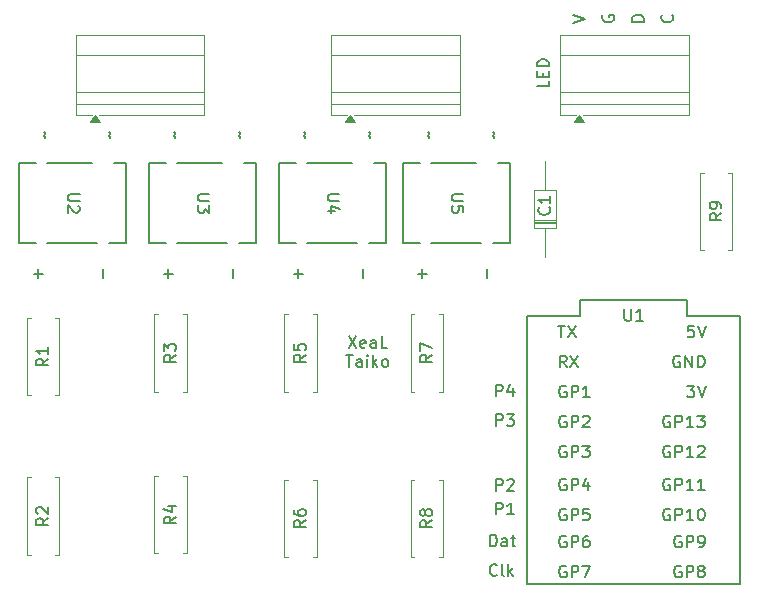
<source format=gbr>
%TF.GenerationSoftware,KiCad,Pcbnew,9.0.6*%
%TF.CreationDate,2025-11-16T14:41:23+11:00*%
%TF.ProjectId,TaikoPcb,5461696b-6f50-4636-922e-6b696361645f,rev?*%
%TF.SameCoordinates,Original*%
%TF.FileFunction,Legend,Top*%
%TF.FilePolarity,Positive*%
%FSLAX46Y46*%
G04 Gerber Fmt 4.6, Leading zero omitted, Abs format (unit mm)*
G04 Created by KiCad (PCBNEW 9.0.6) date 2025-11-16 14:41:23*
%MOMM*%
%LPD*%
G01*
G04 APERTURE LIST*
%ADD10C,0.200000*%
%ADD11C,0.150000*%
%ADD12C,0.152400*%
%ADD13C,0.120000*%
%ADD14C,0.127000*%
G04 APERTURE END LIST*
D10*
X163414838Y-34106517D02*
X163367219Y-34201755D01*
X163367219Y-34201755D02*
X163367219Y-34344612D01*
X163367219Y-34344612D02*
X163414838Y-34487469D01*
X163414838Y-34487469D02*
X163510076Y-34582707D01*
X163510076Y-34582707D02*
X163605314Y-34630326D01*
X163605314Y-34630326D02*
X163795790Y-34677945D01*
X163795790Y-34677945D02*
X163938647Y-34677945D01*
X163938647Y-34677945D02*
X164129123Y-34630326D01*
X164129123Y-34630326D02*
X164224361Y-34582707D01*
X164224361Y-34582707D02*
X164319600Y-34487469D01*
X164319600Y-34487469D02*
X164367219Y-34344612D01*
X164367219Y-34344612D02*
X164367219Y-34249374D01*
X164367219Y-34249374D02*
X164319600Y-34106517D01*
X164319600Y-34106517D02*
X164271980Y-34058898D01*
X164271980Y-34058898D02*
X163938647Y-34058898D01*
X163938647Y-34058898D02*
X163938647Y-34249374D01*
X154369673Y-66367219D02*
X154369673Y-65367219D01*
X154369673Y-65367219D02*
X154750625Y-65367219D01*
X154750625Y-65367219D02*
X154845863Y-65414838D01*
X154845863Y-65414838D02*
X154893482Y-65462457D01*
X154893482Y-65462457D02*
X154941101Y-65557695D01*
X154941101Y-65557695D02*
X154941101Y-65700552D01*
X154941101Y-65700552D02*
X154893482Y-65795790D01*
X154893482Y-65795790D02*
X154845863Y-65843409D01*
X154845863Y-65843409D02*
X154750625Y-65891028D01*
X154750625Y-65891028D02*
X154369673Y-65891028D01*
X155798244Y-65700552D02*
X155798244Y-66367219D01*
X155560149Y-65319600D02*
X155322054Y-66033885D01*
X155322054Y-66033885D02*
X155941101Y-66033885D01*
X160867219Y-34773183D02*
X161867219Y-34439850D01*
X161867219Y-34439850D02*
X160867219Y-34106517D01*
X154369673Y-68867219D02*
X154369673Y-67867219D01*
X154369673Y-67867219D02*
X154750625Y-67867219D01*
X154750625Y-67867219D02*
X154845863Y-67914838D01*
X154845863Y-67914838D02*
X154893482Y-67962457D01*
X154893482Y-67962457D02*
X154941101Y-68057695D01*
X154941101Y-68057695D02*
X154941101Y-68200552D01*
X154941101Y-68200552D02*
X154893482Y-68295790D01*
X154893482Y-68295790D02*
X154845863Y-68343409D01*
X154845863Y-68343409D02*
X154750625Y-68391028D01*
X154750625Y-68391028D02*
X154369673Y-68391028D01*
X155274435Y-67867219D02*
X155893482Y-67867219D01*
X155893482Y-67867219D02*
X155560149Y-68248171D01*
X155560149Y-68248171D02*
X155703006Y-68248171D01*
X155703006Y-68248171D02*
X155798244Y-68295790D01*
X155798244Y-68295790D02*
X155845863Y-68343409D01*
X155845863Y-68343409D02*
X155893482Y-68438647D01*
X155893482Y-68438647D02*
X155893482Y-68676742D01*
X155893482Y-68676742D02*
X155845863Y-68771980D01*
X155845863Y-68771980D02*
X155798244Y-68819600D01*
X155798244Y-68819600D02*
X155703006Y-68867219D01*
X155703006Y-68867219D02*
X155417292Y-68867219D01*
X155417292Y-68867219D02*
X155322054Y-68819600D01*
X155322054Y-68819600D02*
X155274435Y-68771980D01*
X141880952Y-61257275D02*
X142547618Y-62257275D01*
X142547618Y-61257275D02*
X141880952Y-62257275D01*
X143309523Y-62209656D02*
X143214285Y-62257275D01*
X143214285Y-62257275D02*
X143023809Y-62257275D01*
X143023809Y-62257275D02*
X142928571Y-62209656D01*
X142928571Y-62209656D02*
X142880952Y-62114417D01*
X142880952Y-62114417D02*
X142880952Y-61733465D01*
X142880952Y-61733465D02*
X142928571Y-61638227D01*
X142928571Y-61638227D02*
X143023809Y-61590608D01*
X143023809Y-61590608D02*
X143214285Y-61590608D01*
X143214285Y-61590608D02*
X143309523Y-61638227D01*
X143309523Y-61638227D02*
X143357142Y-61733465D01*
X143357142Y-61733465D02*
X143357142Y-61828703D01*
X143357142Y-61828703D02*
X142880952Y-61923941D01*
X144214285Y-62257275D02*
X144214285Y-61733465D01*
X144214285Y-61733465D02*
X144166666Y-61638227D01*
X144166666Y-61638227D02*
X144071428Y-61590608D01*
X144071428Y-61590608D02*
X143880952Y-61590608D01*
X143880952Y-61590608D02*
X143785714Y-61638227D01*
X144214285Y-62209656D02*
X144119047Y-62257275D01*
X144119047Y-62257275D02*
X143880952Y-62257275D01*
X143880952Y-62257275D02*
X143785714Y-62209656D01*
X143785714Y-62209656D02*
X143738095Y-62114417D01*
X143738095Y-62114417D02*
X143738095Y-62019179D01*
X143738095Y-62019179D02*
X143785714Y-61923941D01*
X143785714Y-61923941D02*
X143880952Y-61876322D01*
X143880952Y-61876322D02*
X144119047Y-61876322D01*
X144119047Y-61876322D02*
X144214285Y-61828703D01*
X145166666Y-62257275D02*
X144690476Y-62257275D01*
X144690476Y-62257275D02*
X144690476Y-61257275D01*
X141666667Y-62867219D02*
X142238095Y-62867219D01*
X141952381Y-63867219D02*
X141952381Y-62867219D01*
X143000000Y-63867219D02*
X143000000Y-63343409D01*
X143000000Y-63343409D02*
X142952381Y-63248171D01*
X142952381Y-63248171D02*
X142857143Y-63200552D01*
X142857143Y-63200552D02*
X142666667Y-63200552D01*
X142666667Y-63200552D02*
X142571429Y-63248171D01*
X143000000Y-63819600D02*
X142904762Y-63867219D01*
X142904762Y-63867219D02*
X142666667Y-63867219D01*
X142666667Y-63867219D02*
X142571429Y-63819600D01*
X142571429Y-63819600D02*
X142523810Y-63724361D01*
X142523810Y-63724361D02*
X142523810Y-63629123D01*
X142523810Y-63629123D02*
X142571429Y-63533885D01*
X142571429Y-63533885D02*
X142666667Y-63486266D01*
X142666667Y-63486266D02*
X142904762Y-63486266D01*
X142904762Y-63486266D02*
X143000000Y-63438647D01*
X143476191Y-63867219D02*
X143476191Y-63200552D01*
X143476191Y-62867219D02*
X143428572Y-62914838D01*
X143428572Y-62914838D02*
X143476191Y-62962457D01*
X143476191Y-62962457D02*
X143523810Y-62914838D01*
X143523810Y-62914838D02*
X143476191Y-62867219D01*
X143476191Y-62867219D02*
X143476191Y-62962457D01*
X143952381Y-63867219D02*
X143952381Y-62867219D01*
X144047619Y-63486266D02*
X144333333Y-63867219D01*
X144333333Y-63200552D02*
X143952381Y-63581504D01*
X144904762Y-63867219D02*
X144809524Y-63819600D01*
X144809524Y-63819600D02*
X144761905Y-63771980D01*
X144761905Y-63771980D02*
X144714286Y-63676742D01*
X144714286Y-63676742D02*
X144714286Y-63391028D01*
X144714286Y-63391028D02*
X144761905Y-63295790D01*
X144761905Y-63295790D02*
X144809524Y-63248171D01*
X144809524Y-63248171D02*
X144904762Y-63200552D01*
X144904762Y-63200552D02*
X145047619Y-63200552D01*
X145047619Y-63200552D02*
X145142857Y-63248171D01*
X145142857Y-63248171D02*
X145190476Y-63295790D01*
X145190476Y-63295790D02*
X145238095Y-63391028D01*
X145238095Y-63391028D02*
X145238095Y-63676742D01*
X145238095Y-63676742D02*
X145190476Y-63771980D01*
X145190476Y-63771980D02*
X145142857Y-63819600D01*
X145142857Y-63819600D02*
X145047619Y-63867219D01*
X145047619Y-63867219D02*
X144904762Y-63867219D01*
X166867219Y-34630326D02*
X165867219Y-34630326D01*
X165867219Y-34630326D02*
X165867219Y-34392231D01*
X165867219Y-34392231D02*
X165914838Y-34249374D01*
X165914838Y-34249374D02*
X166010076Y-34154136D01*
X166010076Y-34154136D02*
X166105314Y-34106517D01*
X166105314Y-34106517D02*
X166295790Y-34058898D01*
X166295790Y-34058898D02*
X166438647Y-34058898D01*
X166438647Y-34058898D02*
X166629123Y-34106517D01*
X166629123Y-34106517D02*
X166724361Y-34154136D01*
X166724361Y-34154136D02*
X166819600Y-34249374D01*
X166819600Y-34249374D02*
X166867219Y-34392231D01*
X166867219Y-34392231D02*
X166867219Y-34630326D01*
X154369673Y-74367219D02*
X154369673Y-73367219D01*
X154369673Y-73367219D02*
X154750625Y-73367219D01*
X154750625Y-73367219D02*
X154845863Y-73414838D01*
X154845863Y-73414838D02*
X154893482Y-73462457D01*
X154893482Y-73462457D02*
X154941101Y-73557695D01*
X154941101Y-73557695D02*
X154941101Y-73700552D01*
X154941101Y-73700552D02*
X154893482Y-73795790D01*
X154893482Y-73795790D02*
X154845863Y-73843409D01*
X154845863Y-73843409D02*
X154750625Y-73891028D01*
X154750625Y-73891028D02*
X154369673Y-73891028D01*
X155322054Y-73462457D02*
X155369673Y-73414838D01*
X155369673Y-73414838D02*
X155464911Y-73367219D01*
X155464911Y-73367219D02*
X155703006Y-73367219D01*
X155703006Y-73367219D02*
X155798244Y-73414838D01*
X155798244Y-73414838D02*
X155845863Y-73462457D01*
X155845863Y-73462457D02*
X155893482Y-73557695D01*
X155893482Y-73557695D02*
X155893482Y-73652933D01*
X155893482Y-73652933D02*
X155845863Y-73795790D01*
X155845863Y-73795790D02*
X155274435Y-74367219D01*
X155274435Y-74367219D02*
X155893482Y-74367219D01*
X169271980Y-34058898D02*
X169319600Y-34106517D01*
X169319600Y-34106517D02*
X169367219Y-34249374D01*
X169367219Y-34249374D02*
X169367219Y-34344612D01*
X169367219Y-34344612D02*
X169319600Y-34487469D01*
X169319600Y-34487469D02*
X169224361Y-34582707D01*
X169224361Y-34582707D02*
X169129123Y-34630326D01*
X169129123Y-34630326D02*
X168938647Y-34677945D01*
X168938647Y-34677945D02*
X168795790Y-34677945D01*
X168795790Y-34677945D02*
X168605314Y-34630326D01*
X168605314Y-34630326D02*
X168510076Y-34582707D01*
X168510076Y-34582707D02*
X168414838Y-34487469D01*
X168414838Y-34487469D02*
X168367219Y-34344612D01*
X168367219Y-34344612D02*
X168367219Y-34249374D01*
X168367219Y-34249374D02*
X168414838Y-34106517D01*
X168414838Y-34106517D02*
X168462457Y-34058898D01*
X153869673Y-79067219D02*
X153869673Y-78067219D01*
X153869673Y-78067219D02*
X154107768Y-78067219D01*
X154107768Y-78067219D02*
X154250625Y-78114838D01*
X154250625Y-78114838D02*
X154345863Y-78210076D01*
X154345863Y-78210076D02*
X154393482Y-78305314D01*
X154393482Y-78305314D02*
X154441101Y-78495790D01*
X154441101Y-78495790D02*
X154441101Y-78638647D01*
X154441101Y-78638647D02*
X154393482Y-78829123D01*
X154393482Y-78829123D02*
X154345863Y-78924361D01*
X154345863Y-78924361D02*
X154250625Y-79019600D01*
X154250625Y-79019600D02*
X154107768Y-79067219D01*
X154107768Y-79067219D02*
X153869673Y-79067219D01*
X155298244Y-79067219D02*
X155298244Y-78543409D01*
X155298244Y-78543409D02*
X155250625Y-78448171D01*
X155250625Y-78448171D02*
X155155387Y-78400552D01*
X155155387Y-78400552D02*
X154964911Y-78400552D01*
X154964911Y-78400552D02*
X154869673Y-78448171D01*
X155298244Y-79019600D02*
X155203006Y-79067219D01*
X155203006Y-79067219D02*
X154964911Y-79067219D01*
X154964911Y-79067219D02*
X154869673Y-79019600D01*
X154869673Y-79019600D02*
X154822054Y-78924361D01*
X154822054Y-78924361D02*
X154822054Y-78829123D01*
X154822054Y-78829123D02*
X154869673Y-78733885D01*
X154869673Y-78733885D02*
X154964911Y-78686266D01*
X154964911Y-78686266D02*
X155203006Y-78686266D01*
X155203006Y-78686266D02*
X155298244Y-78638647D01*
X155631578Y-78400552D02*
X156012530Y-78400552D01*
X155774435Y-78067219D02*
X155774435Y-78924361D01*
X155774435Y-78924361D02*
X155822054Y-79019600D01*
X155822054Y-79019600D02*
X155917292Y-79067219D01*
X155917292Y-79067219D02*
X156012530Y-79067219D01*
X154369673Y-76367219D02*
X154369673Y-75367219D01*
X154369673Y-75367219D02*
X154750625Y-75367219D01*
X154750625Y-75367219D02*
X154845863Y-75414838D01*
X154845863Y-75414838D02*
X154893482Y-75462457D01*
X154893482Y-75462457D02*
X154941101Y-75557695D01*
X154941101Y-75557695D02*
X154941101Y-75700552D01*
X154941101Y-75700552D02*
X154893482Y-75795790D01*
X154893482Y-75795790D02*
X154845863Y-75843409D01*
X154845863Y-75843409D02*
X154750625Y-75891028D01*
X154750625Y-75891028D02*
X154369673Y-75891028D01*
X155893482Y-76367219D02*
X155322054Y-76367219D01*
X155607768Y-76367219D02*
X155607768Y-75367219D01*
X155607768Y-75367219D02*
X155512530Y-75510076D01*
X155512530Y-75510076D02*
X155417292Y-75605314D01*
X155417292Y-75605314D02*
X155322054Y-75652933D01*
X158867219Y-39654136D02*
X158867219Y-40130326D01*
X158867219Y-40130326D02*
X157867219Y-40130326D01*
X158343409Y-39320802D02*
X158343409Y-38987469D01*
X158867219Y-38844612D02*
X158867219Y-39320802D01*
X158867219Y-39320802D02*
X157867219Y-39320802D01*
X157867219Y-39320802D02*
X157867219Y-38844612D01*
X158867219Y-38416040D02*
X157867219Y-38416040D01*
X157867219Y-38416040D02*
X157867219Y-38177945D01*
X157867219Y-38177945D02*
X157914838Y-38035088D01*
X157914838Y-38035088D02*
X158010076Y-37939850D01*
X158010076Y-37939850D02*
X158105314Y-37892231D01*
X158105314Y-37892231D02*
X158295790Y-37844612D01*
X158295790Y-37844612D02*
X158438647Y-37844612D01*
X158438647Y-37844612D02*
X158629123Y-37892231D01*
X158629123Y-37892231D02*
X158724361Y-37939850D01*
X158724361Y-37939850D02*
X158819600Y-38035088D01*
X158819600Y-38035088D02*
X158867219Y-38177945D01*
X158867219Y-38177945D02*
X158867219Y-38416040D01*
X154441101Y-81471980D02*
X154393482Y-81519600D01*
X154393482Y-81519600D02*
X154250625Y-81567219D01*
X154250625Y-81567219D02*
X154155387Y-81567219D01*
X154155387Y-81567219D02*
X154012530Y-81519600D01*
X154012530Y-81519600D02*
X153917292Y-81424361D01*
X153917292Y-81424361D02*
X153869673Y-81329123D01*
X153869673Y-81329123D02*
X153822054Y-81138647D01*
X153822054Y-81138647D02*
X153822054Y-80995790D01*
X153822054Y-80995790D02*
X153869673Y-80805314D01*
X153869673Y-80805314D02*
X153917292Y-80710076D01*
X153917292Y-80710076D02*
X154012530Y-80614838D01*
X154012530Y-80614838D02*
X154155387Y-80567219D01*
X154155387Y-80567219D02*
X154250625Y-80567219D01*
X154250625Y-80567219D02*
X154393482Y-80614838D01*
X154393482Y-80614838D02*
X154441101Y-80662457D01*
X155012530Y-81567219D02*
X154917292Y-81519600D01*
X154917292Y-81519600D02*
X154869673Y-81424361D01*
X154869673Y-81424361D02*
X154869673Y-80567219D01*
X155393483Y-81567219D02*
X155393483Y-80567219D01*
X155488721Y-81186266D02*
X155774435Y-81567219D01*
X155774435Y-80900552D02*
X155393483Y-81281504D01*
D11*
X119105180Y-49238095D02*
X118295657Y-49238095D01*
X118295657Y-49238095D02*
X118200419Y-49285714D01*
X118200419Y-49285714D02*
X118152800Y-49333333D01*
X118152800Y-49333333D02*
X118105180Y-49428571D01*
X118105180Y-49428571D02*
X118105180Y-49619047D01*
X118105180Y-49619047D02*
X118152800Y-49714285D01*
X118152800Y-49714285D02*
X118200419Y-49761904D01*
X118200419Y-49761904D02*
X118295657Y-49809523D01*
X118295657Y-49809523D02*
X119105180Y-49809523D01*
X119009942Y-50238095D02*
X119057561Y-50285714D01*
X119057561Y-50285714D02*
X119105180Y-50380952D01*
X119105180Y-50380952D02*
X119105180Y-50619047D01*
X119105180Y-50619047D02*
X119057561Y-50714285D01*
X119057561Y-50714285D02*
X119009942Y-50761904D01*
X119009942Y-50761904D02*
X118914704Y-50809523D01*
X118914704Y-50809523D02*
X118819466Y-50809523D01*
X118819466Y-50809523D02*
X118676609Y-50761904D01*
X118676609Y-50761904D02*
X118105180Y-50190476D01*
X118105180Y-50190476D02*
X118105180Y-50809523D01*
D10*
X121613733Y-43976816D02*
X121661352Y-44024435D01*
X121661352Y-44024435D02*
X121708971Y-44119673D01*
X121708971Y-44119673D02*
X121613733Y-44310149D01*
X121613733Y-44310149D02*
X121661352Y-44405387D01*
X121661352Y-44405387D02*
X121708971Y-44453006D01*
X115613733Y-55619673D02*
X115613733Y-56381578D01*
X115232780Y-56000625D02*
X115994685Y-56000625D01*
X116113733Y-43976816D02*
X116161352Y-44024435D01*
X116161352Y-44024435D02*
X116208971Y-44119673D01*
X116208971Y-44119673D02*
X116113733Y-44310149D01*
X116113733Y-44310149D02*
X116161352Y-44405387D01*
X116161352Y-44405387D02*
X116208971Y-44453006D01*
X121113733Y-55619673D02*
X121113733Y-56381578D01*
D11*
X127254819Y-62856666D02*
X126778628Y-63189999D01*
X127254819Y-63428094D02*
X126254819Y-63428094D01*
X126254819Y-63428094D02*
X126254819Y-63047142D01*
X126254819Y-63047142D02*
X126302438Y-62951904D01*
X126302438Y-62951904D02*
X126350057Y-62904285D01*
X126350057Y-62904285D02*
X126445295Y-62856666D01*
X126445295Y-62856666D02*
X126588152Y-62856666D01*
X126588152Y-62856666D02*
X126683390Y-62904285D01*
X126683390Y-62904285D02*
X126731009Y-62951904D01*
X126731009Y-62951904D02*
X126778628Y-63047142D01*
X126778628Y-63047142D02*
X126778628Y-63428094D01*
X126254819Y-62523332D02*
X126254819Y-61904285D01*
X126254819Y-61904285D02*
X126635771Y-62237618D01*
X126635771Y-62237618D02*
X126635771Y-62094761D01*
X126635771Y-62094761D02*
X126683390Y-61999523D01*
X126683390Y-61999523D02*
X126731009Y-61951904D01*
X126731009Y-61951904D02*
X126826247Y-61904285D01*
X126826247Y-61904285D02*
X127064342Y-61904285D01*
X127064342Y-61904285D02*
X127159580Y-61951904D01*
X127159580Y-61951904D02*
X127207200Y-61999523D01*
X127207200Y-61999523D02*
X127254819Y-62094761D01*
X127254819Y-62094761D02*
X127254819Y-62380475D01*
X127254819Y-62380475D02*
X127207200Y-62475713D01*
X127207200Y-62475713D02*
X127159580Y-62523332D01*
X138254819Y-62856666D02*
X137778628Y-63189999D01*
X138254819Y-63428094D02*
X137254819Y-63428094D01*
X137254819Y-63428094D02*
X137254819Y-63047142D01*
X137254819Y-63047142D02*
X137302438Y-62951904D01*
X137302438Y-62951904D02*
X137350057Y-62904285D01*
X137350057Y-62904285D02*
X137445295Y-62856666D01*
X137445295Y-62856666D02*
X137588152Y-62856666D01*
X137588152Y-62856666D02*
X137683390Y-62904285D01*
X137683390Y-62904285D02*
X137731009Y-62951904D01*
X137731009Y-62951904D02*
X137778628Y-63047142D01*
X137778628Y-63047142D02*
X137778628Y-63428094D01*
X137254819Y-61951904D02*
X137254819Y-62428094D01*
X137254819Y-62428094D02*
X137731009Y-62475713D01*
X137731009Y-62475713D02*
X137683390Y-62428094D01*
X137683390Y-62428094D02*
X137635771Y-62332856D01*
X137635771Y-62332856D02*
X137635771Y-62094761D01*
X137635771Y-62094761D02*
X137683390Y-61999523D01*
X137683390Y-61999523D02*
X137731009Y-61951904D01*
X137731009Y-61951904D02*
X137826247Y-61904285D01*
X137826247Y-61904285D02*
X138064342Y-61904285D01*
X138064342Y-61904285D02*
X138159580Y-61951904D01*
X138159580Y-61951904D02*
X138207200Y-61999523D01*
X138207200Y-61999523D02*
X138254819Y-62094761D01*
X138254819Y-62094761D02*
X138254819Y-62332856D01*
X138254819Y-62332856D02*
X138207200Y-62428094D01*
X138207200Y-62428094D02*
X138159580Y-62475713D01*
X165238095Y-58954819D02*
X165238095Y-59764342D01*
X165238095Y-59764342D02*
X165285714Y-59859580D01*
X165285714Y-59859580D02*
X165333333Y-59907200D01*
X165333333Y-59907200D02*
X165428571Y-59954819D01*
X165428571Y-59954819D02*
X165619047Y-59954819D01*
X165619047Y-59954819D02*
X165714285Y-59907200D01*
X165714285Y-59907200D02*
X165761904Y-59859580D01*
X165761904Y-59859580D02*
X165809523Y-59764342D01*
X165809523Y-59764342D02*
X165809523Y-58954819D01*
X166809523Y-59954819D02*
X166238095Y-59954819D01*
X166523809Y-59954819D02*
X166523809Y-58954819D01*
X166523809Y-58954819D02*
X166428571Y-59097676D01*
X166428571Y-59097676D02*
X166333333Y-59192914D01*
X166333333Y-59192914D02*
X166238095Y-59240533D01*
D10*
X160289482Y-78196838D02*
X160194244Y-78149219D01*
X160194244Y-78149219D02*
X160051387Y-78149219D01*
X160051387Y-78149219D02*
X159908530Y-78196838D01*
X159908530Y-78196838D02*
X159813292Y-78292076D01*
X159813292Y-78292076D02*
X159765673Y-78387314D01*
X159765673Y-78387314D02*
X159718054Y-78577790D01*
X159718054Y-78577790D02*
X159718054Y-78720647D01*
X159718054Y-78720647D02*
X159765673Y-78911123D01*
X159765673Y-78911123D02*
X159813292Y-79006361D01*
X159813292Y-79006361D02*
X159908530Y-79101600D01*
X159908530Y-79101600D02*
X160051387Y-79149219D01*
X160051387Y-79149219D02*
X160146625Y-79149219D01*
X160146625Y-79149219D02*
X160289482Y-79101600D01*
X160289482Y-79101600D02*
X160337101Y-79053980D01*
X160337101Y-79053980D02*
X160337101Y-78720647D01*
X160337101Y-78720647D02*
X160146625Y-78720647D01*
X160765673Y-79149219D02*
X160765673Y-78149219D01*
X160765673Y-78149219D02*
X161146625Y-78149219D01*
X161146625Y-78149219D02*
X161241863Y-78196838D01*
X161241863Y-78196838D02*
X161289482Y-78244457D01*
X161289482Y-78244457D02*
X161337101Y-78339695D01*
X161337101Y-78339695D02*
X161337101Y-78482552D01*
X161337101Y-78482552D02*
X161289482Y-78577790D01*
X161289482Y-78577790D02*
X161241863Y-78625409D01*
X161241863Y-78625409D02*
X161146625Y-78673028D01*
X161146625Y-78673028D02*
X160765673Y-78673028D01*
X162194244Y-78149219D02*
X162003768Y-78149219D01*
X162003768Y-78149219D02*
X161908530Y-78196838D01*
X161908530Y-78196838D02*
X161860911Y-78244457D01*
X161860911Y-78244457D02*
X161765673Y-78387314D01*
X161765673Y-78387314D02*
X161718054Y-78577790D01*
X161718054Y-78577790D02*
X161718054Y-78958742D01*
X161718054Y-78958742D02*
X161765673Y-79053980D01*
X161765673Y-79053980D02*
X161813292Y-79101600D01*
X161813292Y-79101600D02*
X161908530Y-79149219D01*
X161908530Y-79149219D02*
X162099006Y-79149219D01*
X162099006Y-79149219D02*
X162194244Y-79101600D01*
X162194244Y-79101600D02*
X162241863Y-79053980D01*
X162241863Y-79053980D02*
X162289482Y-78958742D01*
X162289482Y-78958742D02*
X162289482Y-78720647D01*
X162289482Y-78720647D02*
X162241863Y-78625409D01*
X162241863Y-78625409D02*
X162194244Y-78577790D01*
X162194244Y-78577790D02*
X162099006Y-78530171D01*
X162099006Y-78530171D02*
X161908530Y-78530171D01*
X161908530Y-78530171D02*
X161813292Y-78577790D01*
X161813292Y-78577790D02*
X161765673Y-78625409D01*
X161765673Y-78625409D02*
X161718054Y-78720647D01*
X169075564Y-68036838D02*
X168980326Y-67989219D01*
X168980326Y-67989219D02*
X168837469Y-67989219D01*
X168837469Y-67989219D02*
X168694612Y-68036838D01*
X168694612Y-68036838D02*
X168599374Y-68132076D01*
X168599374Y-68132076D02*
X168551755Y-68227314D01*
X168551755Y-68227314D02*
X168504136Y-68417790D01*
X168504136Y-68417790D02*
X168504136Y-68560647D01*
X168504136Y-68560647D02*
X168551755Y-68751123D01*
X168551755Y-68751123D02*
X168599374Y-68846361D01*
X168599374Y-68846361D02*
X168694612Y-68941600D01*
X168694612Y-68941600D02*
X168837469Y-68989219D01*
X168837469Y-68989219D02*
X168932707Y-68989219D01*
X168932707Y-68989219D02*
X169075564Y-68941600D01*
X169075564Y-68941600D02*
X169123183Y-68893980D01*
X169123183Y-68893980D02*
X169123183Y-68560647D01*
X169123183Y-68560647D02*
X168932707Y-68560647D01*
X169551755Y-68989219D02*
X169551755Y-67989219D01*
X169551755Y-67989219D02*
X169932707Y-67989219D01*
X169932707Y-67989219D02*
X170027945Y-68036838D01*
X170027945Y-68036838D02*
X170075564Y-68084457D01*
X170075564Y-68084457D02*
X170123183Y-68179695D01*
X170123183Y-68179695D02*
X170123183Y-68322552D01*
X170123183Y-68322552D02*
X170075564Y-68417790D01*
X170075564Y-68417790D02*
X170027945Y-68465409D01*
X170027945Y-68465409D02*
X169932707Y-68513028D01*
X169932707Y-68513028D02*
X169551755Y-68513028D01*
X171075564Y-68989219D02*
X170504136Y-68989219D01*
X170789850Y-68989219D02*
X170789850Y-67989219D01*
X170789850Y-67989219D02*
X170694612Y-68132076D01*
X170694612Y-68132076D02*
X170599374Y-68227314D01*
X170599374Y-68227314D02*
X170504136Y-68274933D01*
X171408898Y-67989219D02*
X172027945Y-67989219D01*
X172027945Y-67989219D02*
X171694612Y-68370171D01*
X171694612Y-68370171D02*
X171837469Y-68370171D01*
X171837469Y-68370171D02*
X171932707Y-68417790D01*
X171932707Y-68417790D02*
X171980326Y-68465409D01*
X171980326Y-68465409D02*
X172027945Y-68560647D01*
X172027945Y-68560647D02*
X172027945Y-68798742D01*
X172027945Y-68798742D02*
X171980326Y-68893980D01*
X171980326Y-68893980D02*
X171932707Y-68941600D01*
X171932707Y-68941600D02*
X171837469Y-68989219D01*
X171837469Y-68989219D02*
X171551755Y-68989219D01*
X171551755Y-68989219D02*
X171456517Y-68941600D01*
X171456517Y-68941600D02*
X171408898Y-68893980D01*
X169075564Y-75910838D02*
X168980326Y-75863219D01*
X168980326Y-75863219D02*
X168837469Y-75863219D01*
X168837469Y-75863219D02*
X168694612Y-75910838D01*
X168694612Y-75910838D02*
X168599374Y-76006076D01*
X168599374Y-76006076D02*
X168551755Y-76101314D01*
X168551755Y-76101314D02*
X168504136Y-76291790D01*
X168504136Y-76291790D02*
X168504136Y-76434647D01*
X168504136Y-76434647D02*
X168551755Y-76625123D01*
X168551755Y-76625123D02*
X168599374Y-76720361D01*
X168599374Y-76720361D02*
X168694612Y-76815600D01*
X168694612Y-76815600D02*
X168837469Y-76863219D01*
X168837469Y-76863219D02*
X168932707Y-76863219D01*
X168932707Y-76863219D02*
X169075564Y-76815600D01*
X169075564Y-76815600D02*
X169123183Y-76767980D01*
X169123183Y-76767980D02*
X169123183Y-76434647D01*
X169123183Y-76434647D02*
X168932707Y-76434647D01*
X169551755Y-76863219D02*
X169551755Y-75863219D01*
X169551755Y-75863219D02*
X169932707Y-75863219D01*
X169932707Y-75863219D02*
X170027945Y-75910838D01*
X170027945Y-75910838D02*
X170075564Y-75958457D01*
X170075564Y-75958457D02*
X170123183Y-76053695D01*
X170123183Y-76053695D02*
X170123183Y-76196552D01*
X170123183Y-76196552D02*
X170075564Y-76291790D01*
X170075564Y-76291790D02*
X170027945Y-76339409D01*
X170027945Y-76339409D02*
X169932707Y-76387028D01*
X169932707Y-76387028D02*
X169551755Y-76387028D01*
X171075564Y-76863219D02*
X170504136Y-76863219D01*
X170789850Y-76863219D02*
X170789850Y-75863219D01*
X170789850Y-75863219D02*
X170694612Y-76006076D01*
X170694612Y-76006076D02*
X170599374Y-76101314D01*
X170599374Y-76101314D02*
X170504136Y-76148933D01*
X171694612Y-75863219D02*
X171789850Y-75863219D01*
X171789850Y-75863219D02*
X171885088Y-75910838D01*
X171885088Y-75910838D02*
X171932707Y-75958457D01*
X171932707Y-75958457D02*
X171980326Y-76053695D01*
X171980326Y-76053695D02*
X172027945Y-76244171D01*
X172027945Y-76244171D02*
X172027945Y-76482266D01*
X172027945Y-76482266D02*
X171980326Y-76672742D01*
X171980326Y-76672742D02*
X171932707Y-76767980D01*
X171932707Y-76767980D02*
X171885088Y-76815600D01*
X171885088Y-76815600D02*
X171789850Y-76863219D01*
X171789850Y-76863219D02*
X171694612Y-76863219D01*
X171694612Y-76863219D02*
X171599374Y-76815600D01*
X171599374Y-76815600D02*
X171551755Y-76767980D01*
X171551755Y-76767980D02*
X171504136Y-76672742D01*
X171504136Y-76672742D02*
X171456517Y-76482266D01*
X171456517Y-76482266D02*
X171456517Y-76244171D01*
X171456517Y-76244171D02*
X171504136Y-76053695D01*
X171504136Y-76053695D02*
X171551755Y-75958457D01*
X171551755Y-75958457D02*
X171599374Y-75910838D01*
X171599374Y-75910838D02*
X171694612Y-75863219D01*
X171123183Y-60369219D02*
X170646993Y-60369219D01*
X170646993Y-60369219D02*
X170599374Y-60845409D01*
X170599374Y-60845409D02*
X170646993Y-60797790D01*
X170646993Y-60797790D02*
X170742231Y-60750171D01*
X170742231Y-60750171D02*
X170980326Y-60750171D01*
X170980326Y-60750171D02*
X171075564Y-60797790D01*
X171075564Y-60797790D02*
X171123183Y-60845409D01*
X171123183Y-60845409D02*
X171170802Y-60940647D01*
X171170802Y-60940647D02*
X171170802Y-61178742D01*
X171170802Y-61178742D02*
X171123183Y-61273980D01*
X171123183Y-61273980D02*
X171075564Y-61321600D01*
X171075564Y-61321600D02*
X170980326Y-61369219D01*
X170980326Y-61369219D02*
X170742231Y-61369219D01*
X170742231Y-61369219D02*
X170646993Y-61321600D01*
X170646993Y-61321600D02*
X170599374Y-61273980D01*
X171456517Y-60369219D02*
X171789850Y-61369219D01*
X171789850Y-61369219D02*
X172123183Y-60369219D01*
X169932707Y-62956838D02*
X169837469Y-62909219D01*
X169837469Y-62909219D02*
X169694612Y-62909219D01*
X169694612Y-62909219D02*
X169551755Y-62956838D01*
X169551755Y-62956838D02*
X169456517Y-63052076D01*
X169456517Y-63052076D02*
X169408898Y-63147314D01*
X169408898Y-63147314D02*
X169361279Y-63337790D01*
X169361279Y-63337790D02*
X169361279Y-63480647D01*
X169361279Y-63480647D02*
X169408898Y-63671123D01*
X169408898Y-63671123D02*
X169456517Y-63766361D01*
X169456517Y-63766361D02*
X169551755Y-63861600D01*
X169551755Y-63861600D02*
X169694612Y-63909219D01*
X169694612Y-63909219D02*
X169789850Y-63909219D01*
X169789850Y-63909219D02*
X169932707Y-63861600D01*
X169932707Y-63861600D02*
X169980326Y-63813980D01*
X169980326Y-63813980D02*
X169980326Y-63480647D01*
X169980326Y-63480647D02*
X169789850Y-63480647D01*
X170408898Y-63909219D02*
X170408898Y-62909219D01*
X170408898Y-62909219D02*
X170980326Y-63909219D01*
X170980326Y-63909219D02*
X170980326Y-62909219D01*
X171456517Y-63909219D02*
X171456517Y-62909219D01*
X171456517Y-62909219D02*
X171694612Y-62909219D01*
X171694612Y-62909219D02*
X171837469Y-62956838D01*
X171837469Y-62956838D02*
X171932707Y-63052076D01*
X171932707Y-63052076D02*
X171980326Y-63147314D01*
X171980326Y-63147314D02*
X172027945Y-63337790D01*
X172027945Y-63337790D02*
X172027945Y-63480647D01*
X172027945Y-63480647D02*
X171980326Y-63671123D01*
X171980326Y-63671123D02*
X171932707Y-63766361D01*
X171932707Y-63766361D02*
X171837469Y-63861600D01*
X171837469Y-63861600D02*
X171694612Y-63909219D01*
X171694612Y-63909219D02*
X171456517Y-63909219D01*
X160289482Y-65496838D02*
X160194244Y-65449219D01*
X160194244Y-65449219D02*
X160051387Y-65449219D01*
X160051387Y-65449219D02*
X159908530Y-65496838D01*
X159908530Y-65496838D02*
X159813292Y-65592076D01*
X159813292Y-65592076D02*
X159765673Y-65687314D01*
X159765673Y-65687314D02*
X159718054Y-65877790D01*
X159718054Y-65877790D02*
X159718054Y-66020647D01*
X159718054Y-66020647D02*
X159765673Y-66211123D01*
X159765673Y-66211123D02*
X159813292Y-66306361D01*
X159813292Y-66306361D02*
X159908530Y-66401600D01*
X159908530Y-66401600D02*
X160051387Y-66449219D01*
X160051387Y-66449219D02*
X160146625Y-66449219D01*
X160146625Y-66449219D02*
X160289482Y-66401600D01*
X160289482Y-66401600D02*
X160337101Y-66353980D01*
X160337101Y-66353980D02*
X160337101Y-66020647D01*
X160337101Y-66020647D02*
X160146625Y-66020647D01*
X160765673Y-66449219D02*
X160765673Y-65449219D01*
X160765673Y-65449219D02*
X161146625Y-65449219D01*
X161146625Y-65449219D02*
X161241863Y-65496838D01*
X161241863Y-65496838D02*
X161289482Y-65544457D01*
X161289482Y-65544457D02*
X161337101Y-65639695D01*
X161337101Y-65639695D02*
X161337101Y-65782552D01*
X161337101Y-65782552D02*
X161289482Y-65877790D01*
X161289482Y-65877790D02*
X161241863Y-65925409D01*
X161241863Y-65925409D02*
X161146625Y-65973028D01*
X161146625Y-65973028D02*
X160765673Y-65973028D01*
X162289482Y-66449219D02*
X161718054Y-66449219D01*
X162003768Y-66449219D02*
X162003768Y-65449219D01*
X162003768Y-65449219D02*
X161908530Y-65592076D01*
X161908530Y-65592076D02*
X161813292Y-65687314D01*
X161813292Y-65687314D02*
X161718054Y-65734933D01*
X160289482Y-68036838D02*
X160194244Y-67989219D01*
X160194244Y-67989219D02*
X160051387Y-67989219D01*
X160051387Y-67989219D02*
X159908530Y-68036838D01*
X159908530Y-68036838D02*
X159813292Y-68132076D01*
X159813292Y-68132076D02*
X159765673Y-68227314D01*
X159765673Y-68227314D02*
X159718054Y-68417790D01*
X159718054Y-68417790D02*
X159718054Y-68560647D01*
X159718054Y-68560647D02*
X159765673Y-68751123D01*
X159765673Y-68751123D02*
X159813292Y-68846361D01*
X159813292Y-68846361D02*
X159908530Y-68941600D01*
X159908530Y-68941600D02*
X160051387Y-68989219D01*
X160051387Y-68989219D02*
X160146625Y-68989219D01*
X160146625Y-68989219D02*
X160289482Y-68941600D01*
X160289482Y-68941600D02*
X160337101Y-68893980D01*
X160337101Y-68893980D02*
X160337101Y-68560647D01*
X160337101Y-68560647D02*
X160146625Y-68560647D01*
X160765673Y-68989219D02*
X160765673Y-67989219D01*
X160765673Y-67989219D02*
X161146625Y-67989219D01*
X161146625Y-67989219D02*
X161241863Y-68036838D01*
X161241863Y-68036838D02*
X161289482Y-68084457D01*
X161289482Y-68084457D02*
X161337101Y-68179695D01*
X161337101Y-68179695D02*
X161337101Y-68322552D01*
X161337101Y-68322552D02*
X161289482Y-68417790D01*
X161289482Y-68417790D02*
X161241863Y-68465409D01*
X161241863Y-68465409D02*
X161146625Y-68513028D01*
X161146625Y-68513028D02*
X160765673Y-68513028D01*
X161718054Y-68084457D02*
X161765673Y-68036838D01*
X161765673Y-68036838D02*
X161860911Y-67989219D01*
X161860911Y-67989219D02*
X162099006Y-67989219D01*
X162099006Y-67989219D02*
X162194244Y-68036838D01*
X162194244Y-68036838D02*
X162241863Y-68084457D01*
X162241863Y-68084457D02*
X162289482Y-68179695D01*
X162289482Y-68179695D02*
X162289482Y-68274933D01*
X162289482Y-68274933D02*
X162241863Y-68417790D01*
X162241863Y-68417790D02*
X161670435Y-68989219D01*
X161670435Y-68989219D02*
X162289482Y-68989219D01*
X170551755Y-65449219D02*
X171170802Y-65449219D01*
X171170802Y-65449219D02*
X170837469Y-65830171D01*
X170837469Y-65830171D02*
X170980326Y-65830171D01*
X170980326Y-65830171D02*
X171075564Y-65877790D01*
X171075564Y-65877790D02*
X171123183Y-65925409D01*
X171123183Y-65925409D02*
X171170802Y-66020647D01*
X171170802Y-66020647D02*
X171170802Y-66258742D01*
X171170802Y-66258742D02*
X171123183Y-66353980D01*
X171123183Y-66353980D02*
X171075564Y-66401600D01*
X171075564Y-66401600D02*
X170980326Y-66449219D01*
X170980326Y-66449219D02*
X170694612Y-66449219D01*
X170694612Y-66449219D02*
X170599374Y-66401600D01*
X170599374Y-66401600D02*
X170551755Y-66353980D01*
X171456517Y-65449219D02*
X171789850Y-66449219D01*
X171789850Y-66449219D02*
X172123183Y-65449219D01*
X160289482Y-80736838D02*
X160194244Y-80689219D01*
X160194244Y-80689219D02*
X160051387Y-80689219D01*
X160051387Y-80689219D02*
X159908530Y-80736838D01*
X159908530Y-80736838D02*
X159813292Y-80832076D01*
X159813292Y-80832076D02*
X159765673Y-80927314D01*
X159765673Y-80927314D02*
X159718054Y-81117790D01*
X159718054Y-81117790D02*
X159718054Y-81260647D01*
X159718054Y-81260647D02*
X159765673Y-81451123D01*
X159765673Y-81451123D02*
X159813292Y-81546361D01*
X159813292Y-81546361D02*
X159908530Y-81641600D01*
X159908530Y-81641600D02*
X160051387Y-81689219D01*
X160051387Y-81689219D02*
X160146625Y-81689219D01*
X160146625Y-81689219D02*
X160289482Y-81641600D01*
X160289482Y-81641600D02*
X160337101Y-81593980D01*
X160337101Y-81593980D02*
X160337101Y-81260647D01*
X160337101Y-81260647D02*
X160146625Y-81260647D01*
X160765673Y-81689219D02*
X160765673Y-80689219D01*
X160765673Y-80689219D02*
X161146625Y-80689219D01*
X161146625Y-80689219D02*
X161241863Y-80736838D01*
X161241863Y-80736838D02*
X161289482Y-80784457D01*
X161289482Y-80784457D02*
X161337101Y-80879695D01*
X161337101Y-80879695D02*
X161337101Y-81022552D01*
X161337101Y-81022552D02*
X161289482Y-81117790D01*
X161289482Y-81117790D02*
X161241863Y-81165409D01*
X161241863Y-81165409D02*
X161146625Y-81213028D01*
X161146625Y-81213028D02*
X160765673Y-81213028D01*
X161670435Y-80689219D02*
X162337101Y-80689219D01*
X162337101Y-80689219D02*
X161908530Y-81689219D01*
X160289482Y-75910838D02*
X160194244Y-75863219D01*
X160194244Y-75863219D02*
X160051387Y-75863219D01*
X160051387Y-75863219D02*
X159908530Y-75910838D01*
X159908530Y-75910838D02*
X159813292Y-76006076D01*
X159813292Y-76006076D02*
X159765673Y-76101314D01*
X159765673Y-76101314D02*
X159718054Y-76291790D01*
X159718054Y-76291790D02*
X159718054Y-76434647D01*
X159718054Y-76434647D02*
X159765673Y-76625123D01*
X159765673Y-76625123D02*
X159813292Y-76720361D01*
X159813292Y-76720361D02*
X159908530Y-76815600D01*
X159908530Y-76815600D02*
X160051387Y-76863219D01*
X160051387Y-76863219D02*
X160146625Y-76863219D01*
X160146625Y-76863219D02*
X160289482Y-76815600D01*
X160289482Y-76815600D02*
X160337101Y-76767980D01*
X160337101Y-76767980D02*
X160337101Y-76434647D01*
X160337101Y-76434647D02*
X160146625Y-76434647D01*
X160765673Y-76863219D02*
X160765673Y-75863219D01*
X160765673Y-75863219D02*
X161146625Y-75863219D01*
X161146625Y-75863219D02*
X161241863Y-75910838D01*
X161241863Y-75910838D02*
X161289482Y-75958457D01*
X161289482Y-75958457D02*
X161337101Y-76053695D01*
X161337101Y-76053695D02*
X161337101Y-76196552D01*
X161337101Y-76196552D02*
X161289482Y-76291790D01*
X161289482Y-76291790D02*
X161241863Y-76339409D01*
X161241863Y-76339409D02*
X161146625Y-76387028D01*
X161146625Y-76387028D02*
X160765673Y-76387028D01*
X162241863Y-75863219D02*
X161765673Y-75863219D01*
X161765673Y-75863219D02*
X161718054Y-76339409D01*
X161718054Y-76339409D02*
X161765673Y-76291790D01*
X161765673Y-76291790D02*
X161860911Y-76244171D01*
X161860911Y-76244171D02*
X162099006Y-76244171D01*
X162099006Y-76244171D02*
X162194244Y-76291790D01*
X162194244Y-76291790D02*
X162241863Y-76339409D01*
X162241863Y-76339409D02*
X162289482Y-76434647D01*
X162289482Y-76434647D02*
X162289482Y-76672742D01*
X162289482Y-76672742D02*
X162241863Y-76767980D01*
X162241863Y-76767980D02*
X162194244Y-76815600D01*
X162194244Y-76815600D02*
X162099006Y-76863219D01*
X162099006Y-76863219D02*
X161860911Y-76863219D01*
X161860911Y-76863219D02*
X161765673Y-76815600D01*
X161765673Y-76815600D02*
X161718054Y-76767980D01*
X170027945Y-80736838D02*
X169932707Y-80689219D01*
X169932707Y-80689219D02*
X169789850Y-80689219D01*
X169789850Y-80689219D02*
X169646993Y-80736838D01*
X169646993Y-80736838D02*
X169551755Y-80832076D01*
X169551755Y-80832076D02*
X169504136Y-80927314D01*
X169504136Y-80927314D02*
X169456517Y-81117790D01*
X169456517Y-81117790D02*
X169456517Y-81260647D01*
X169456517Y-81260647D02*
X169504136Y-81451123D01*
X169504136Y-81451123D02*
X169551755Y-81546361D01*
X169551755Y-81546361D02*
X169646993Y-81641600D01*
X169646993Y-81641600D02*
X169789850Y-81689219D01*
X169789850Y-81689219D02*
X169885088Y-81689219D01*
X169885088Y-81689219D02*
X170027945Y-81641600D01*
X170027945Y-81641600D02*
X170075564Y-81593980D01*
X170075564Y-81593980D02*
X170075564Y-81260647D01*
X170075564Y-81260647D02*
X169885088Y-81260647D01*
X170504136Y-81689219D02*
X170504136Y-80689219D01*
X170504136Y-80689219D02*
X170885088Y-80689219D01*
X170885088Y-80689219D02*
X170980326Y-80736838D01*
X170980326Y-80736838D02*
X171027945Y-80784457D01*
X171027945Y-80784457D02*
X171075564Y-80879695D01*
X171075564Y-80879695D02*
X171075564Y-81022552D01*
X171075564Y-81022552D02*
X171027945Y-81117790D01*
X171027945Y-81117790D02*
X170980326Y-81165409D01*
X170980326Y-81165409D02*
X170885088Y-81213028D01*
X170885088Y-81213028D02*
X170504136Y-81213028D01*
X171646993Y-81117790D02*
X171551755Y-81070171D01*
X171551755Y-81070171D02*
X171504136Y-81022552D01*
X171504136Y-81022552D02*
X171456517Y-80927314D01*
X171456517Y-80927314D02*
X171456517Y-80879695D01*
X171456517Y-80879695D02*
X171504136Y-80784457D01*
X171504136Y-80784457D02*
X171551755Y-80736838D01*
X171551755Y-80736838D02*
X171646993Y-80689219D01*
X171646993Y-80689219D02*
X171837469Y-80689219D01*
X171837469Y-80689219D02*
X171932707Y-80736838D01*
X171932707Y-80736838D02*
X171980326Y-80784457D01*
X171980326Y-80784457D02*
X172027945Y-80879695D01*
X172027945Y-80879695D02*
X172027945Y-80927314D01*
X172027945Y-80927314D02*
X171980326Y-81022552D01*
X171980326Y-81022552D02*
X171932707Y-81070171D01*
X171932707Y-81070171D02*
X171837469Y-81117790D01*
X171837469Y-81117790D02*
X171646993Y-81117790D01*
X171646993Y-81117790D02*
X171551755Y-81165409D01*
X171551755Y-81165409D02*
X171504136Y-81213028D01*
X171504136Y-81213028D02*
X171456517Y-81308266D01*
X171456517Y-81308266D02*
X171456517Y-81498742D01*
X171456517Y-81498742D02*
X171504136Y-81593980D01*
X171504136Y-81593980D02*
X171551755Y-81641600D01*
X171551755Y-81641600D02*
X171646993Y-81689219D01*
X171646993Y-81689219D02*
X171837469Y-81689219D01*
X171837469Y-81689219D02*
X171932707Y-81641600D01*
X171932707Y-81641600D02*
X171980326Y-81593980D01*
X171980326Y-81593980D02*
X172027945Y-81498742D01*
X172027945Y-81498742D02*
X172027945Y-81308266D01*
X172027945Y-81308266D02*
X171980326Y-81213028D01*
X171980326Y-81213028D02*
X171932707Y-81165409D01*
X171932707Y-81165409D02*
X171837469Y-81117790D01*
X160289482Y-70576838D02*
X160194244Y-70529219D01*
X160194244Y-70529219D02*
X160051387Y-70529219D01*
X160051387Y-70529219D02*
X159908530Y-70576838D01*
X159908530Y-70576838D02*
X159813292Y-70672076D01*
X159813292Y-70672076D02*
X159765673Y-70767314D01*
X159765673Y-70767314D02*
X159718054Y-70957790D01*
X159718054Y-70957790D02*
X159718054Y-71100647D01*
X159718054Y-71100647D02*
X159765673Y-71291123D01*
X159765673Y-71291123D02*
X159813292Y-71386361D01*
X159813292Y-71386361D02*
X159908530Y-71481600D01*
X159908530Y-71481600D02*
X160051387Y-71529219D01*
X160051387Y-71529219D02*
X160146625Y-71529219D01*
X160146625Y-71529219D02*
X160289482Y-71481600D01*
X160289482Y-71481600D02*
X160337101Y-71433980D01*
X160337101Y-71433980D02*
X160337101Y-71100647D01*
X160337101Y-71100647D02*
X160146625Y-71100647D01*
X160765673Y-71529219D02*
X160765673Y-70529219D01*
X160765673Y-70529219D02*
X161146625Y-70529219D01*
X161146625Y-70529219D02*
X161241863Y-70576838D01*
X161241863Y-70576838D02*
X161289482Y-70624457D01*
X161289482Y-70624457D02*
X161337101Y-70719695D01*
X161337101Y-70719695D02*
X161337101Y-70862552D01*
X161337101Y-70862552D02*
X161289482Y-70957790D01*
X161289482Y-70957790D02*
X161241863Y-71005409D01*
X161241863Y-71005409D02*
X161146625Y-71053028D01*
X161146625Y-71053028D02*
X160765673Y-71053028D01*
X161670435Y-70529219D02*
X162289482Y-70529219D01*
X162289482Y-70529219D02*
X161956149Y-70910171D01*
X161956149Y-70910171D02*
X162099006Y-70910171D01*
X162099006Y-70910171D02*
X162194244Y-70957790D01*
X162194244Y-70957790D02*
X162241863Y-71005409D01*
X162241863Y-71005409D02*
X162289482Y-71100647D01*
X162289482Y-71100647D02*
X162289482Y-71338742D01*
X162289482Y-71338742D02*
X162241863Y-71433980D01*
X162241863Y-71433980D02*
X162194244Y-71481600D01*
X162194244Y-71481600D02*
X162099006Y-71529219D01*
X162099006Y-71529219D02*
X161813292Y-71529219D01*
X161813292Y-71529219D02*
X161718054Y-71481600D01*
X161718054Y-71481600D02*
X161670435Y-71433980D01*
X169075564Y-73370838D02*
X168980326Y-73323219D01*
X168980326Y-73323219D02*
X168837469Y-73323219D01*
X168837469Y-73323219D02*
X168694612Y-73370838D01*
X168694612Y-73370838D02*
X168599374Y-73466076D01*
X168599374Y-73466076D02*
X168551755Y-73561314D01*
X168551755Y-73561314D02*
X168504136Y-73751790D01*
X168504136Y-73751790D02*
X168504136Y-73894647D01*
X168504136Y-73894647D02*
X168551755Y-74085123D01*
X168551755Y-74085123D02*
X168599374Y-74180361D01*
X168599374Y-74180361D02*
X168694612Y-74275600D01*
X168694612Y-74275600D02*
X168837469Y-74323219D01*
X168837469Y-74323219D02*
X168932707Y-74323219D01*
X168932707Y-74323219D02*
X169075564Y-74275600D01*
X169075564Y-74275600D02*
X169123183Y-74227980D01*
X169123183Y-74227980D02*
X169123183Y-73894647D01*
X169123183Y-73894647D02*
X168932707Y-73894647D01*
X169551755Y-74323219D02*
X169551755Y-73323219D01*
X169551755Y-73323219D02*
X169932707Y-73323219D01*
X169932707Y-73323219D02*
X170027945Y-73370838D01*
X170027945Y-73370838D02*
X170075564Y-73418457D01*
X170075564Y-73418457D02*
X170123183Y-73513695D01*
X170123183Y-73513695D02*
X170123183Y-73656552D01*
X170123183Y-73656552D02*
X170075564Y-73751790D01*
X170075564Y-73751790D02*
X170027945Y-73799409D01*
X170027945Y-73799409D02*
X169932707Y-73847028D01*
X169932707Y-73847028D02*
X169551755Y-73847028D01*
X171075564Y-74323219D02*
X170504136Y-74323219D01*
X170789850Y-74323219D02*
X170789850Y-73323219D01*
X170789850Y-73323219D02*
X170694612Y-73466076D01*
X170694612Y-73466076D02*
X170599374Y-73561314D01*
X170599374Y-73561314D02*
X170504136Y-73608933D01*
X172027945Y-74323219D02*
X171456517Y-74323219D01*
X171742231Y-74323219D02*
X171742231Y-73323219D01*
X171742231Y-73323219D02*
X171646993Y-73466076D01*
X171646993Y-73466076D02*
X171551755Y-73561314D01*
X171551755Y-73561314D02*
X171456517Y-73608933D01*
X169075564Y-70576838D02*
X168980326Y-70529219D01*
X168980326Y-70529219D02*
X168837469Y-70529219D01*
X168837469Y-70529219D02*
X168694612Y-70576838D01*
X168694612Y-70576838D02*
X168599374Y-70672076D01*
X168599374Y-70672076D02*
X168551755Y-70767314D01*
X168551755Y-70767314D02*
X168504136Y-70957790D01*
X168504136Y-70957790D02*
X168504136Y-71100647D01*
X168504136Y-71100647D02*
X168551755Y-71291123D01*
X168551755Y-71291123D02*
X168599374Y-71386361D01*
X168599374Y-71386361D02*
X168694612Y-71481600D01*
X168694612Y-71481600D02*
X168837469Y-71529219D01*
X168837469Y-71529219D02*
X168932707Y-71529219D01*
X168932707Y-71529219D02*
X169075564Y-71481600D01*
X169075564Y-71481600D02*
X169123183Y-71433980D01*
X169123183Y-71433980D02*
X169123183Y-71100647D01*
X169123183Y-71100647D02*
X168932707Y-71100647D01*
X169551755Y-71529219D02*
X169551755Y-70529219D01*
X169551755Y-70529219D02*
X169932707Y-70529219D01*
X169932707Y-70529219D02*
X170027945Y-70576838D01*
X170027945Y-70576838D02*
X170075564Y-70624457D01*
X170075564Y-70624457D02*
X170123183Y-70719695D01*
X170123183Y-70719695D02*
X170123183Y-70862552D01*
X170123183Y-70862552D02*
X170075564Y-70957790D01*
X170075564Y-70957790D02*
X170027945Y-71005409D01*
X170027945Y-71005409D02*
X169932707Y-71053028D01*
X169932707Y-71053028D02*
X169551755Y-71053028D01*
X171075564Y-71529219D02*
X170504136Y-71529219D01*
X170789850Y-71529219D02*
X170789850Y-70529219D01*
X170789850Y-70529219D02*
X170694612Y-70672076D01*
X170694612Y-70672076D02*
X170599374Y-70767314D01*
X170599374Y-70767314D02*
X170504136Y-70814933D01*
X171456517Y-70624457D02*
X171504136Y-70576838D01*
X171504136Y-70576838D02*
X171599374Y-70529219D01*
X171599374Y-70529219D02*
X171837469Y-70529219D01*
X171837469Y-70529219D02*
X171932707Y-70576838D01*
X171932707Y-70576838D02*
X171980326Y-70624457D01*
X171980326Y-70624457D02*
X172027945Y-70719695D01*
X172027945Y-70719695D02*
X172027945Y-70814933D01*
X172027945Y-70814933D02*
X171980326Y-70957790D01*
X171980326Y-70957790D02*
X171408898Y-71529219D01*
X171408898Y-71529219D02*
X172027945Y-71529219D01*
X159622816Y-60369219D02*
X160194244Y-60369219D01*
X159908530Y-61369219D02*
X159908530Y-60369219D01*
X160432340Y-60369219D02*
X161099006Y-61369219D01*
X161099006Y-60369219D02*
X160432340Y-61369219D01*
X170027945Y-78196838D02*
X169932707Y-78149219D01*
X169932707Y-78149219D02*
X169789850Y-78149219D01*
X169789850Y-78149219D02*
X169646993Y-78196838D01*
X169646993Y-78196838D02*
X169551755Y-78292076D01*
X169551755Y-78292076D02*
X169504136Y-78387314D01*
X169504136Y-78387314D02*
X169456517Y-78577790D01*
X169456517Y-78577790D02*
X169456517Y-78720647D01*
X169456517Y-78720647D02*
X169504136Y-78911123D01*
X169504136Y-78911123D02*
X169551755Y-79006361D01*
X169551755Y-79006361D02*
X169646993Y-79101600D01*
X169646993Y-79101600D02*
X169789850Y-79149219D01*
X169789850Y-79149219D02*
X169885088Y-79149219D01*
X169885088Y-79149219D02*
X170027945Y-79101600D01*
X170027945Y-79101600D02*
X170075564Y-79053980D01*
X170075564Y-79053980D02*
X170075564Y-78720647D01*
X170075564Y-78720647D02*
X169885088Y-78720647D01*
X170504136Y-79149219D02*
X170504136Y-78149219D01*
X170504136Y-78149219D02*
X170885088Y-78149219D01*
X170885088Y-78149219D02*
X170980326Y-78196838D01*
X170980326Y-78196838D02*
X171027945Y-78244457D01*
X171027945Y-78244457D02*
X171075564Y-78339695D01*
X171075564Y-78339695D02*
X171075564Y-78482552D01*
X171075564Y-78482552D02*
X171027945Y-78577790D01*
X171027945Y-78577790D02*
X170980326Y-78625409D01*
X170980326Y-78625409D02*
X170885088Y-78673028D01*
X170885088Y-78673028D02*
X170504136Y-78673028D01*
X171551755Y-79149219D02*
X171742231Y-79149219D01*
X171742231Y-79149219D02*
X171837469Y-79101600D01*
X171837469Y-79101600D02*
X171885088Y-79053980D01*
X171885088Y-79053980D02*
X171980326Y-78911123D01*
X171980326Y-78911123D02*
X172027945Y-78720647D01*
X172027945Y-78720647D02*
X172027945Y-78339695D01*
X172027945Y-78339695D02*
X171980326Y-78244457D01*
X171980326Y-78244457D02*
X171932707Y-78196838D01*
X171932707Y-78196838D02*
X171837469Y-78149219D01*
X171837469Y-78149219D02*
X171646993Y-78149219D01*
X171646993Y-78149219D02*
X171551755Y-78196838D01*
X171551755Y-78196838D02*
X171504136Y-78244457D01*
X171504136Y-78244457D02*
X171456517Y-78339695D01*
X171456517Y-78339695D02*
X171456517Y-78577790D01*
X171456517Y-78577790D02*
X171504136Y-78673028D01*
X171504136Y-78673028D02*
X171551755Y-78720647D01*
X171551755Y-78720647D02*
X171646993Y-78768266D01*
X171646993Y-78768266D02*
X171837469Y-78768266D01*
X171837469Y-78768266D02*
X171932707Y-78720647D01*
X171932707Y-78720647D02*
X171980326Y-78673028D01*
X171980326Y-78673028D02*
X172027945Y-78577790D01*
X160337101Y-63909219D02*
X160003768Y-63433028D01*
X159765673Y-63909219D02*
X159765673Y-62909219D01*
X159765673Y-62909219D02*
X160146625Y-62909219D01*
X160146625Y-62909219D02*
X160241863Y-62956838D01*
X160241863Y-62956838D02*
X160289482Y-63004457D01*
X160289482Y-63004457D02*
X160337101Y-63099695D01*
X160337101Y-63099695D02*
X160337101Y-63242552D01*
X160337101Y-63242552D02*
X160289482Y-63337790D01*
X160289482Y-63337790D02*
X160241863Y-63385409D01*
X160241863Y-63385409D02*
X160146625Y-63433028D01*
X160146625Y-63433028D02*
X159765673Y-63433028D01*
X160670435Y-62909219D02*
X161337101Y-63909219D01*
X161337101Y-62909219D02*
X160670435Y-63909219D01*
X160289482Y-73370838D02*
X160194244Y-73323219D01*
X160194244Y-73323219D02*
X160051387Y-73323219D01*
X160051387Y-73323219D02*
X159908530Y-73370838D01*
X159908530Y-73370838D02*
X159813292Y-73466076D01*
X159813292Y-73466076D02*
X159765673Y-73561314D01*
X159765673Y-73561314D02*
X159718054Y-73751790D01*
X159718054Y-73751790D02*
X159718054Y-73894647D01*
X159718054Y-73894647D02*
X159765673Y-74085123D01*
X159765673Y-74085123D02*
X159813292Y-74180361D01*
X159813292Y-74180361D02*
X159908530Y-74275600D01*
X159908530Y-74275600D02*
X160051387Y-74323219D01*
X160051387Y-74323219D02*
X160146625Y-74323219D01*
X160146625Y-74323219D02*
X160289482Y-74275600D01*
X160289482Y-74275600D02*
X160337101Y-74227980D01*
X160337101Y-74227980D02*
X160337101Y-73894647D01*
X160337101Y-73894647D02*
X160146625Y-73894647D01*
X160765673Y-74323219D02*
X160765673Y-73323219D01*
X160765673Y-73323219D02*
X161146625Y-73323219D01*
X161146625Y-73323219D02*
X161241863Y-73370838D01*
X161241863Y-73370838D02*
X161289482Y-73418457D01*
X161289482Y-73418457D02*
X161337101Y-73513695D01*
X161337101Y-73513695D02*
X161337101Y-73656552D01*
X161337101Y-73656552D02*
X161289482Y-73751790D01*
X161289482Y-73751790D02*
X161241863Y-73799409D01*
X161241863Y-73799409D02*
X161146625Y-73847028D01*
X161146625Y-73847028D02*
X160765673Y-73847028D01*
X162194244Y-73656552D02*
X162194244Y-74323219D01*
X161956149Y-73275600D02*
X161718054Y-73989885D01*
X161718054Y-73989885D02*
X162337101Y-73989885D01*
D11*
X141105180Y-49238095D02*
X140295657Y-49238095D01*
X140295657Y-49238095D02*
X140200419Y-49285714D01*
X140200419Y-49285714D02*
X140152800Y-49333333D01*
X140152800Y-49333333D02*
X140105180Y-49428571D01*
X140105180Y-49428571D02*
X140105180Y-49619047D01*
X140105180Y-49619047D02*
X140152800Y-49714285D01*
X140152800Y-49714285D02*
X140200419Y-49761904D01*
X140200419Y-49761904D02*
X140295657Y-49809523D01*
X140295657Y-49809523D02*
X141105180Y-49809523D01*
X140771847Y-50714285D02*
X140105180Y-50714285D01*
X141152800Y-50476190D02*
X140438514Y-50238095D01*
X140438514Y-50238095D02*
X140438514Y-50857142D01*
D10*
X143113733Y-55619673D02*
X143113733Y-56381578D01*
X138113733Y-43976816D02*
X138161352Y-44024435D01*
X138161352Y-44024435D02*
X138208971Y-44119673D01*
X138208971Y-44119673D02*
X138113733Y-44310149D01*
X138113733Y-44310149D02*
X138161352Y-44405387D01*
X138161352Y-44405387D02*
X138208971Y-44453006D01*
X143613733Y-43976816D02*
X143661352Y-44024435D01*
X143661352Y-44024435D02*
X143708971Y-44119673D01*
X143708971Y-44119673D02*
X143613733Y-44310149D01*
X143613733Y-44310149D02*
X143661352Y-44405387D01*
X143661352Y-44405387D02*
X143708971Y-44453006D01*
X137613733Y-55619673D02*
X137613733Y-56381578D01*
X137232780Y-56000625D02*
X137994685Y-56000625D01*
D11*
X138254819Y-76856666D02*
X137778628Y-77189999D01*
X138254819Y-77428094D02*
X137254819Y-77428094D01*
X137254819Y-77428094D02*
X137254819Y-77047142D01*
X137254819Y-77047142D02*
X137302438Y-76951904D01*
X137302438Y-76951904D02*
X137350057Y-76904285D01*
X137350057Y-76904285D02*
X137445295Y-76856666D01*
X137445295Y-76856666D02*
X137588152Y-76856666D01*
X137588152Y-76856666D02*
X137683390Y-76904285D01*
X137683390Y-76904285D02*
X137731009Y-76951904D01*
X137731009Y-76951904D02*
X137778628Y-77047142D01*
X137778628Y-77047142D02*
X137778628Y-77428094D01*
X137254819Y-75999523D02*
X137254819Y-76189999D01*
X137254819Y-76189999D02*
X137302438Y-76285237D01*
X137302438Y-76285237D02*
X137350057Y-76332856D01*
X137350057Y-76332856D02*
X137492914Y-76428094D01*
X137492914Y-76428094D02*
X137683390Y-76475713D01*
X137683390Y-76475713D02*
X138064342Y-76475713D01*
X138064342Y-76475713D02*
X138159580Y-76428094D01*
X138159580Y-76428094D02*
X138207200Y-76380475D01*
X138207200Y-76380475D02*
X138254819Y-76285237D01*
X138254819Y-76285237D02*
X138254819Y-76094761D01*
X138254819Y-76094761D02*
X138207200Y-75999523D01*
X138207200Y-75999523D02*
X138159580Y-75951904D01*
X138159580Y-75951904D02*
X138064342Y-75904285D01*
X138064342Y-75904285D02*
X137826247Y-75904285D01*
X137826247Y-75904285D02*
X137731009Y-75951904D01*
X137731009Y-75951904D02*
X137683390Y-75999523D01*
X137683390Y-75999523D02*
X137635771Y-76094761D01*
X137635771Y-76094761D02*
X137635771Y-76285237D01*
X137635771Y-76285237D02*
X137683390Y-76380475D01*
X137683390Y-76380475D02*
X137731009Y-76428094D01*
X137731009Y-76428094D02*
X137826247Y-76475713D01*
X116454819Y-76666666D02*
X115978628Y-76999999D01*
X116454819Y-77238094D02*
X115454819Y-77238094D01*
X115454819Y-77238094D02*
X115454819Y-76857142D01*
X115454819Y-76857142D02*
X115502438Y-76761904D01*
X115502438Y-76761904D02*
X115550057Y-76714285D01*
X115550057Y-76714285D02*
X115645295Y-76666666D01*
X115645295Y-76666666D02*
X115788152Y-76666666D01*
X115788152Y-76666666D02*
X115883390Y-76714285D01*
X115883390Y-76714285D02*
X115931009Y-76761904D01*
X115931009Y-76761904D02*
X115978628Y-76857142D01*
X115978628Y-76857142D02*
X115978628Y-77238094D01*
X115550057Y-76285713D02*
X115502438Y-76238094D01*
X115502438Y-76238094D02*
X115454819Y-76142856D01*
X115454819Y-76142856D02*
X115454819Y-75904761D01*
X115454819Y-75904761D02*
X115502438Y-75809523D01*
X115502438Y-75809523D02*
X115550057Y-75761904D01*
X115550057Y-75761904D02*
X115645295Y-75714285D01*
X115645295Y-75714285D02*
X115740533Y-75714285D01*
X115740533Y-75714285D02*
X115883390Y-75761904D01*
X115883390Y-75761904D02*
X116454819Y-76333332D01*
X116454819Y-76333332D02*
X116454819Y-75714285D01*
X148954819Y-62856666D02*
X148478628Y-63189999D01*
X148954819Y-63428094D02*
X147954819Y-63428094D01*
X147954819Y-63428094D02*
X147954819Y-63047142D01*
X147954819Y-63047142D02*
X148002438Y-62951904D01*
X148002438Y-62951904D02*
X148050057Y-62904285D01*
X148050057Y-62904285D02*
X148145295Y-62856666D01*
X148145295Y-62856666D02*
X148288152Y-62856666D01*
X148288152Y-62856666D02*
X148383390Y-62904285D01*
X148383390Y-62904285D02*
X148431009Y-62951904D01*
X148431009Y-62951904D02*
X148478628Y-63047142D01*
X148478628Y-63047142D02*
X148478628Y-63428094D01*
X147954819Y-62523332D02*
X147954819Y-61856666D01*
X147954819Y-61856666D02*
X148954819Y-62285237D01*
X127254819Y-76546666D02*
X126778628Y-76879999D01*
X127254819Y-77118094D02*
X126254819Y-77118094D01*
X126254819Y-77118094D02*
X126254819Y-76737142D01*
X126254819Y-76737142D02*
X126302438Y-76641904D01*
X126302438Y-76641904D02*
X126350057Y-76594285D01*
X126350057Y-76594285D02*
X126445295Y-76546666D01*
X126445295Y-76546666D02*
X126588152Y-76546666D01*
X126588152Y-76546666D02*
X126683390Y-76594285D01*
X126683390Y-76594285D02*
X126731009Y-76641904D01*
X126731009Y-76641904D02*
X126778628Y-76737142D01*
X126778628Y-76737142D02*
X126778628Y-77118094D01*
X126588152Y-75689523D02*
X127254819Y-75689523D01*
X126207200Y-75927618D02*
X126921485Y-76165713D01*
X126921485Y-76165713D02*
X126921485Y-75546666D01*
X130105180Y-49238095D02*
X129295657Y-49238095D01*
X129295657Y-49238095D02*
X129200419Y-49285714D01*
X129200419Y-49285714D02*
X129152800Y-49333333D01*
X129152800Y-49333333D02*
X129105180Y-49428571D01*
X129105180Y-49428571D02*
X129105180Y-49619047D01*
X129105180Y-49619047D02*
X129152800Y-49714285D01*
X129152800Y-49714285D02*
X129200419Y-49761904D01*
X129200419Y-49761904D02*
X129295657Y-49809523D01*
X129295657Y-49809523D02*
X130105180Y-49809523D01*
X130105180Y-50190476D02*
X130105180Y-50809523D01*
X130105180Y-50809523D02*
X129724228Y-50476190D01*
X129724228Y-50476190D02*
X129724228Y-50619047D01*
X129724228Y-50619047D02*
X129676609Y-50714285D01*
X129676609Y-50714285D02*
X129628990Y-50761904D01*
X129628990Y-50761904D02*
X129533752Y-50809523D01*
X129533752Y-50809523D02*
X129295657Y-50809523D01*
X129295657Y-50809523D02*
X129200419Y-50761904D01*
X129200419Y-50761904D02*
X129152800Y-50714285D01*
X129152800Y-50714285D02*
X129105180Y-50619047D01*
X129105180Y-50619047D02*
X129105180Y-50333333D01*
X129105180Y-50333333D02*
X129152800Y-50238095D01*
X129152800Y-50238095D02*
X129200419Y-50190476D01*
D10*
X127113733Y-43976816D02*
X127161352Y-44024435D01*
X127161352Y-44024435D02*
X127208971Y-44119673D01*
X127208971Y-44119673D02*
X127113733Y-44310149D01*
X127113733Y-44310149D02*
X127161352Y-44405387D01*
X127161352Y-44405387D02*
X127208971Y-44453006D01*
X132613733Y-43976816D02*
X132661352Y-44024435D01*
X132661352Y-44024435D02*
X132708971Y-44119673D01*
X132708971Y-44119673D02*
X132613733Y-44310149D01*
X132613733Y-44310149D02*
X132661352Y-44405387D01*
X132661352Y-44405387D02*
X132708971Y-44453006D01*
X132113733Y-55619673D02*
X132113733Y-56381578D01*
X126613733Y-55619673D02*
X126613733Y-56381578D01*
X126232780Y-56000625D02*
X126994685Y-56000625D01*
D11*
X173454819Y-50856666D02*
X172978628Y-51189999D01*
X173454819Y-51428094D02*
X172454819Y-51428094D01*
X172454819Y-51428094D02*
X172454819Y-51047142D01*
X172454819Y-51047142D02*
X172502438Y-50951904D01*
X172502438Y-50951904D02*
X172550057Y-50904285D01*
X172550057Y-50904285D02*
X172645295Y-50856666D01*
X172645295Y-50856666D02*
X172788152Y-50856666D01*
X172788152Y-50856666D02*
X172883390Y-50904285D01*
X172883390Y-50904285D02*
X172931009Y-50951904D01*
X172931009Y-50951904D02*
X172978628Y-51047142D01*
X172978628Y-51047142D02*
X172978628Y-51428094D01*
X173454819Y-50380475D02*
X173454819Y-50189999D01*
X173454819Y-50189999D02*
X173407200Y-50094761D01*
X173407200Y-50094761D02*
X173359580Y-50047142D01*
X173359580Y-50047142D02*
X173216723Y-49951904D01*
X173216723Y-49951904D02*
X173026247Y-49904285D01*
X173026247Y-49904285D02*
X172645295Y-49904285D01*
X172645295Y-49904285D02*
X172550057Y-49951904D01*
X172550057Y-49951904D02*
X172502438Y-49999523D01*
X172502438Y-49999523D02*
X172454819Y-50094761D01*
X172454819Y-50094761D02*
X172454819Y-50285237D01*
X172454819Y-50285237D02*
X172502438Y-50380475D01*
X172502438Y-50380475D02*
X172550057Y-50428094D01*
X172550057Y-50428094D02*
X172645295Y-50475713D01*
X172645295Y-50475713D02*
X172883390Y-50475713D01*
X172883390Y-50475713D02*
X172978628Y-50428094D01*
X172978628Y-50428094D02*
X173026247Y-50380475D01*
X173026247Y-50380475D02*
X173073866Y-50285237D01*
X173073866Y-50285237D02*
X173073866Y-50094761D01*
X173073866Y-50094761D02*
X173026247Y-49999523D01*
X173026247Y-49999523D02*
X172978628Y-49951904D01*
X172978628Y-49951904D02*
X172883390Y-49904285D01*
X158859580Y-50366666D02*
X158907200Y-50414285D01*
X158907200Y-50414285D02*
X158954819Y-50557142D01*
X158954819Y-50557142D02*
X158954819Y-50652380D01*
X158954819Y-50652380D02*
X158907200Y-50795237D01*
X158907200Y-50795237D02*
X158811961Y-50890475D01*
X158811961Y-50890475D02*
X158716723Y-50938094D01*
X158716723Y-50938094D02*
X158526247Y-50985713D01*
X158526247Y-50985713D02*
X158383390Y-50985713D01*
X158383390Y-50985713D02*
X158192914Y-50938094D01*
X158192914Y-50938094D02*
X158097676Y-50890475D01*
X158097676Y-50890475D02*
X158002438Y-50795237D01*
X158002438Y-50795237D02*
X157954819Y-50652380D01*
X157954819Y-50652380D02*
X157954819Y-50557142D01*
X157954819Y-50557142D02*
X158002438Y-50414285D01*
X158002438Y-50414285D02*
X158050057Y-50366666D01*
X158954819Y-49414285D02*
X158954819Y-49985713D01*
X158954819Y-49699999D02*
X157954819Y-49699999D01*
X157954819Y-49699999D02*
X158097676Y-49795237D01*
X158097676Y-49795237D02*
X158192914Y-49890475D01*
X158192914Y-49890475D02*
X158240533Y-49985713D01*
X148954819Y-76856666D02*
X148478628Y-77189999D01*
X148954819Y-77428094D02*
X147954819Y-77428094D01*
X147954819Y-77428094D02*
X147954819Y-77047142D01*
X147954819Y-77047142D02*
X148002438Y-76951904D01*
X148002438Y-76951904D02*
X148050057Y-76904285D01*
X148050057Y-76904285D02*
X148145295Y-76856666D01*
X148145295Y-76856666D02*
X148288152Y-76856666D01*
X148288152Y-76856666D02*
X148383390Y-76904285D01*
X148383390Y-76904285D02*
X148431009Y-76951904D01*
X148431009Y-76951904D02*
X148478628Y-77047142D01*
X148478628Y-77047142D02*
X148478628Y-77428094D01*
X148383390Y-76285237D02*
X148335771Y-76380475D01*
X148335771Y-76380475D02*
X148288152Y-76428094D01*
X148288152Y-76428094D02*
X148192914Y-76475713D01*
X148192914Y-76475713D02*
X148145295Y-76475713D01*
X148145295Y-76475713D02*
X148050057Y-76428094D01*
X148050057Y-76428094D02*
X148002438Y-76380475D01*
X148002438Y-76380475D02*
X147954819Y-76285237D01*
X147954819Y-76285237D02*
X147954819Y-76094761D01*
X147954819Y-76094761D02*
X148002438Y-75999523D01*
X148002438Y-75999523D02*
X148050057Y-75951904D01*
X148050057Y-75951904D02*
X148145295Y-75904285D01*
X148145295Y-75904285D02*
X148192914Y-75904285D01*
X148192914Y-75904285D02*
X148288152Y-75951904D01*
X148288152Y-75951904D02*
X148335771Y-75999523D01*
X148335771Y-75999523D02*
X148383390Y-76094761D01*
X148383390Y-76094761D02*
X148383390Y-76285237D01*
X148383390Y-76285237D02*
X148431009Y-76380475D01*
X148431009Y-76380475D02*
X148478628Y-76428094D01*
X148478628Y-76428094D02*
X148573866Y-76475713D01*
X148573866Y-76475713D02*
X148764342Y-76475713D01*
X148764342Y-76475713D02*
X148859580Y-76428094D01*
X148859580Y-76428094D02*
X148907200Y-76380475D01*
X148907200Y-76380475D02*
X148954819Y-76285237D01*
X148954819Y-76285237D02*
X148954819Y-76094761D01*
X148954819Y-76094761D02*
X148907200Y-75999523D01*
X148907200Y-75999523D02*
X148859580Y-75951904D01*
X148859580Y-75951904D02*
X148764342Y-75904285D01*
X148764342Y-75904285D02*
X148573866Y-75904285D01*
X148573866Y-75904285D02*
X148478628Y-75951904D01*
X148478628Y-75951904D02*
X148431009Y-75999523D01*
X148431009Y-75999523D02*
X148383390Y-76094761D01*
X116454819Y-63166666D02*
X115978628Y-63499999D01*
X116454819Y-63738094D02*
X115454819Y-63738094D01*
X115454819Y-63738094D02*
X115454819Y-63357142D01*
X115454819Y-63357142D02*
X115502438Y-63261904D01*
X115502438Y-63261904D02*
X115550057Y-63214285D01*
X115550057Y-63214285D02*
X115645295Y-63166666D01*
X115645295Y-63166666D02*
X115788152Y-63166666D01*
X115788152Y-63166666D02*
X115883390Y-63214285D01*
X115883390Y-63214285D02*
X115931009Y-63261904D01*
X115931009Y-63261904D02*
X115978628Y-63357142D01*
X115978628Y-63357142D02*
X115978628Y-63738094D01*
X116454819Y-62214285D02*
X116454819Y-62785713D01*
X116454819Y-62499999D02*
X115454819Y-62499999D01*
X115454819Y-62499999D02*
X115597676Y-62595237D01*
X115597676Y-62595237D02*
X115692914Y-62690475D01*
X115692914Y-62690475D02*
X115740533Y-62785713D01*
X151605180Y-49238095D02*
X150795657Y-49238095D01*
X150795657Y-49238095D02*
X150700419Y-49285714D01*
X150700419Y-49285714D02*
X150652800Y-49333333D01*
X150652800Y-49333333D02*
X150605180Y-49428571D01*
X150605180Y-49428571D02*
X150605180Y-49619047D01*
X150605180Y-49619047D02*
X150652800Y-49714285D01*
X150652800Y-49714285D02*
X150700419Y-49761904D01*
X150700419Y-49761904D02*
X150795657Y-49809523D01*
X150795657Y-49809523D02*
X151605180Y-49809523D01*
X151605180Y-50761904D02*
X151605180Y-50285714D01*
X151605180Y-50285714D02*
X151128990Y-50238095D01*
X151128990Y-50238095D02*
X151176609Y-50285714D01*
X151176609Y-50285714D02*
X151224228Y-50380952D01*
X151224228Y-50380952D02*
X151224228Y-50619047D01*
X151224228Y-50619047D02*
X151176609Y-50714285D01*
X151176609Y-50714285D02*
X151128990Y-50761904D01*
X151128990Y-50761904D02*
X151033752Y-50809523D01*
X151033752Y-50809523D02*
X150795657Y-50809523D01*
X150795657Y-50809523D02*
X150700419Y-50761904D01*
X150700419Y-50761904D02*
X150652800Y-50714285D01*
X150652800Y-50714285D02*
X150605180Y-50619047D01*
X150605180Y-50619047D02*
X150605180Y-50380952D01*
X150605180Y-50380952D02*
X150652800Y-50285714D01*
X150652800Y-50285714D02*
X150700419Y-50238095D01*
D10*
X148613733Y-43976816D02*
X148661352Y-44024435D01*
X148661352Y-44024435D02*
X148708971Y-44119673D01*
X148708971Y-44119673D02*
X148613733Y-44310149D01*
X148613733Y-44310149D02*
X148661352Y-44405387D01*
X148661352Y-44405387D02*
X148708971Y-44453006D01*
X154113733Y-43976816D02*
X154161352Y-44024435D01*
X154161352Y-44024435D02*
X154208971Y-44119673D01*
X154208971Y-44119673D02*
X154113733Y-44310149D01*
X154113733Y-44310149D02*
X154161352Y-44405387D01*
X154161352Y-44405387D02*
X154208971Y-44453006D01*
X148113733Y-55619673D02*
X148113733Y-56381578D01*
X147732780Y-56000625D02*
X148494685Y-56000625D01*
X153613733Y-55619673D02*
X153613733Y-56381578D01*
D12*
%TO.C,U2*%
X113978800Y-46621800D02*
X113978800Y-53378200D01*
X113978800Y-53378200D02*
X115424297Y-53378200D01*
X115424297Y-46621800D02*
X113978800Y-46621800D01*
X116375703Y-53378200D02*
X120624297Y-53378200D01*
X120182644Y-46621800D02*
X116375703Y-46621800D01*
X121575703Y-53378200D02*
X123021200Y-53378200D01*
X123021200Y-46621800D02*
X122017356Y-46621800D01*
X123021200Y-53378200D02*
X123021200Y-46621800D01*
D13*
%TO.C,R3*%
X125430000Y-59420000D02*
X125430000Y-65960000D01*
X125430000Y-65960000D02*
X125760000Y-65960000D01*
X125760000Y-59420000D02*
X125430000Y-59420000D01*
X127840000Y-59420000D02*
X128170000Y-59420000D01*
X128170000Y-59420000D02*
X128170000Y-65960000D01*
X128170000Y-65960000D02*
X127840000Y-65960000D01*
%TO.C,R5*%
X136430000Y-59420000D02*
X136430000Y-65960000D01*
X136430000Y-65960000D02*
X136760000Y-65960000D01*
X136760000Y-59420000D02*
X136430000Y-59420000D01*
X138840000Y-59420000D02*
X139170000Y-59420000D01*
X139170000Y-59420000D02*
X139170000Y-65960000D01*
X139170000Y-65960000D02*
X138840000Y-65960000D01*
D14*
%TO.C,U1*%
X157000000Y-82250000D02*
X157000000Y-59550000D01*
X161500000Y-58250000D02*
X161500000Y-59550000D01*
X161500000Y-59550000D02*
X157000000Y-59550000D01*
X170500000Y-58250000D02*
X161500000Y-58250000D01*
X170500000Y-58250000D02*
X170500000Y-59550000D01*
X175000000Y-59550000D02*
X170500000Y-59550000D01*
X175000000Y-82250000D02*
X157000000Y-82250000D01*
X175000000Y-82250000D02*
X175000000Y-59550000D01*
D12*
%TO.C,U4*%
X135978800Y-46621800D02*
X135978800Y-53378200D01*
X135978800Y-53378200D02*
X137424297Y-53378200D01*
X137424297Y-46621800D02*
X135978800Y-46621800D01*
X138375703Y-53378200D02*
X142624297Y-53378200D01*
X142182644Y-46621800D02*
X138375703Y-46621800D01*
X143575703Y-53378200D02*
X145021200Y-53378200D01*
X145021200Y-46621800D02*
X144017356Y-46621800D01*
X145021200Y-53378200D02*
X145021200Y-46621800D01*
D13*
%TO.C,R6*%
X136430000Y-73420000D02*
X136430000Y-79960000D01*
X136430000Y-79960000D02*
X136760000Y-79960000D01*
X136760000Y-73420000D02*
X136430000Y-73420000D01*
X138840000Y-73420000D02*
X139170000Y-73420000D01*
X139170000Y-73420000D02*
X139170000Y-79960000D01*
X139170000Y-79960000D02*
X138840000Y-79960000D01*
%TO.C,J1*%
X118780000Y-35780000D02*
X129680000Y-35780000D01*
X118780000Y-37500000D02*
X129680000Y-37500000D01*
X118780000Y-40600000D02*
X129680000Y-40600000D01*
X118780000Y-41600000D02*
X129680000Y-41600000D01*
X118780000Y-42520000D02*
X118780000Y-35780000D01*
X120120000Y-42520000D02*
X118780000Y-42520000D01*
X129680000Y-35780000D02*
X129680000Y-42520000D01*
X129680000Y-42520000D02*
X120720000Y-42520000D01*
X120860000Y-43130000D02*
X119980000Y-43130000D01*
X120420000Y-42520000D01*
X120860000Y-43130000D01*
G36*
X120860000Y-43130000D02*
G01*
X119980000Y-43130000D01*
X120420000Y-42520000D01*
X120860000Y-43130000D01*
G37*
%TO.C,R2*%
X114630000Y-73230000D02*
X114630000Y-79770000D01*
X114630000Y-79770000D02*
X114960000Y-79770000D01*
X114960000Y-73230000D02*
X114630000Y-73230000D01*
X117040000Y-73230000D02*
X117370000Y-73230000D01*
X117370000Y-73230000D02*
X117370000Y-79770000D01*
X117370000Y-79770000D02*
X117040000Y-79770000D01*
%TO.C,R7*%
X147130000Y-59420000D02*
X147130000Y-65960000D01*
X147130000Y-65960000D02*
X147460000Y-65960000D01*
X147460000Y-59420000D02*
X147130000Y-59420000D01*
X149540000Y-59420000D02*
X149870000Y-59420000D01*
X149870000Y-59420000D02*
X149870000Y-65960000D01*
X149870000Y-65960000D02*
X149540000Y-65960000D01*
%TO.C,R4*%
X125430000Y-73110000D02*
X125430000Y-79650000D01*
X125430000Y-79650000D02*
X125760000Y-79650000D01*
X125760000Y-73110000D02*
X125430000Y-73110000D01*
X127840000Y-73110000D02*
X128170000Y-73110000D01*
X128170000Y-73110000D02*
X128170000Y-79650000D01*
X128170000Y-79650000D02*
X127840000Y-79650000D01*
D12*
%TO.C,U3*%
X124978800Y-46621800D02*
X124978800Y-53378200D01*
X124978800Y-53378200D02*
X126424297Y-53378200D01*
X126424297Y-46621800D02*
X124978800Y-46621800D01*
X127375703Y-53378200D02*
X131624297Y-53378200D01*
X131182644Y-46621800D02*
X127375703Y-46621800D01*
X132575703Y-53378200D02*
X134021200Y-53378200D01*
X134021200Y-46621800D02*
X133017356Y-46621800D01*
X134021200Y-53378200D02*
X134021200Y-46621800D01*
D13*
%TO.C,R9*%
X171630000Y-47420000D02*
X171960000Y-47420000D01*
X171630000Y-53960000D02*
X171630000Y-47420000D01*
X171960000Y-53960000D02*
X171630000Y-53960000D01*
X174040000Y-53960000D02*
X174370000Y-53960000D01*
X174370000Y-47420000D02*
X174040000Y-47420000D01*
X174370000Y-53960000D02*
X174370000Y-47420000D01*
%TO.C,J2*%
X140380000Y-35780000D02*
X151280000Y-35780000D01*
X140380000Y-37500000D02*
X151280000Y-37500000D01*
X140380000Y-40600000D02*
X151280000Y-40600000D01*
X140380000Y-41600000D02*
X151280000Y-41600000D01*
X140380000Y-42520000D02*
X140380000Y-35780000D01*
X141720000Y-42520000D02*
X140380000Y-42520000D01*
X151280000Y-35780000D02*
X151280000Y-42520000D01*
X151280000Y-42520000D02*
X142320000Y-42520000D01*
X142460000Y-43130000D02*
X141580000Y-43130000D01*
X142020000Y-42520000D01*
X142460000Y-43130000D01*
G36*
X142460000Y-43130000D02*
G01*
X141580000Y-43130000D01*
X142020000Y-42520000D01*
X142460000Y-43130000D01*
G37*
%TO.C,C1*%
X157580000Y-51444000D02*
X159420000Y-51444000D01*
X157580000Y-51564000D02*
X159420000Y-51564000D01*
X157580000Y-51684000D02*
X159420000Y-51684000D01*
X158500000Y-46410000D02*
X158500000Y-48860000D01*
X158500000Y-54590000D02*
X158500000Y-52140000D01*
X157580000Y-52140000D02*
X159420000Y-52140000D01*
X159420000Y-48860000D01*
X157580000Y-48860000D01*
X157580000Y-52140000D01*
%TO.C,R8*%
X147130000Y-73420000D02*
X147130000Y-79960000D01*
X147130000Y-79960000D02*
X147460000Y-79960000D01*
X147460000Y-73420000D02*
X147130000Y-73420000D01*
X149540000Y-73420000D02*
X149870000Y-73420000D01*
X149870000Y-73420000D02*
X149870000Y-79960000D01*
X149870000Y-79960000D02*
X149540000Y-79960000D01*
%TO.C,R1*%
X114630000Y-59730000D02*
X114630000Y-66270000D01*
X114630000Y-66270000D02*
X114960000Y-66270000D01*
X114960000Y-59730000D02*
X114630000Y-59730000D01*
X117040000Y-59730000D02*
X117370000Y-59730000D01*
X117370000Y-59730000D02*
X117370000Y-66270000D01*
X117370000Y-66270000D02*
X117040000Y-66270000D01*
%TO.C,J3*%
X159780000Y-35780000D02*
X170680000Y-35780000D01*
X159780000Y-37500000D02*
X170680000Y-37500000D01*
X159780000Y-40600000D02*
X170680000Y-40600000D01*
X159780000Y-41600000D02*
X170680000Y-41600000D01*
X159780000Y-42520000D02*
X159780000Y-35780000D01*
X161120000Y-42520000D02*
X159780000Y-42520000D01*
X170680000Y-35780000D02*
X170680000Y-42520000D01*
X170680000Y-42520000D02*
X161720000Y-42520000D01*
X161860000Y-43130000D02*
X160980000Y-43130000D01*
X161420000Y-42520000D01*
X161860000Y-43130000D01*
G36*
X161860000Y-43130000D02*
G01*
X160980000Y-43130000D01*
X161420000Y-42520000D01*
X161860000Y-43130000D01*
G37*
D12*
%TO.C,U5*%
X146478800Y-46621800D02*
X146478800Y-53378200D01*
X146478800Y-53378200D02*
X147924297Y-53378200D01*
X147924297Y-46621800D02*
X146478800Y-46621800D01*
X148875703Y-53378200D02*
X153124297Y-53378200D01*
X152682644Y-46621800D02*
X148875703Y-46621800D01*
X154075703Y-53378200D02*
X155521200Y-53378200D01*
X155521200Y-46621800D02*
X154517356Y-46621800D01*
X155521200Y-53378200D02*
X155521200Y-46621800D01*
%TD*%
M02*

</source>
